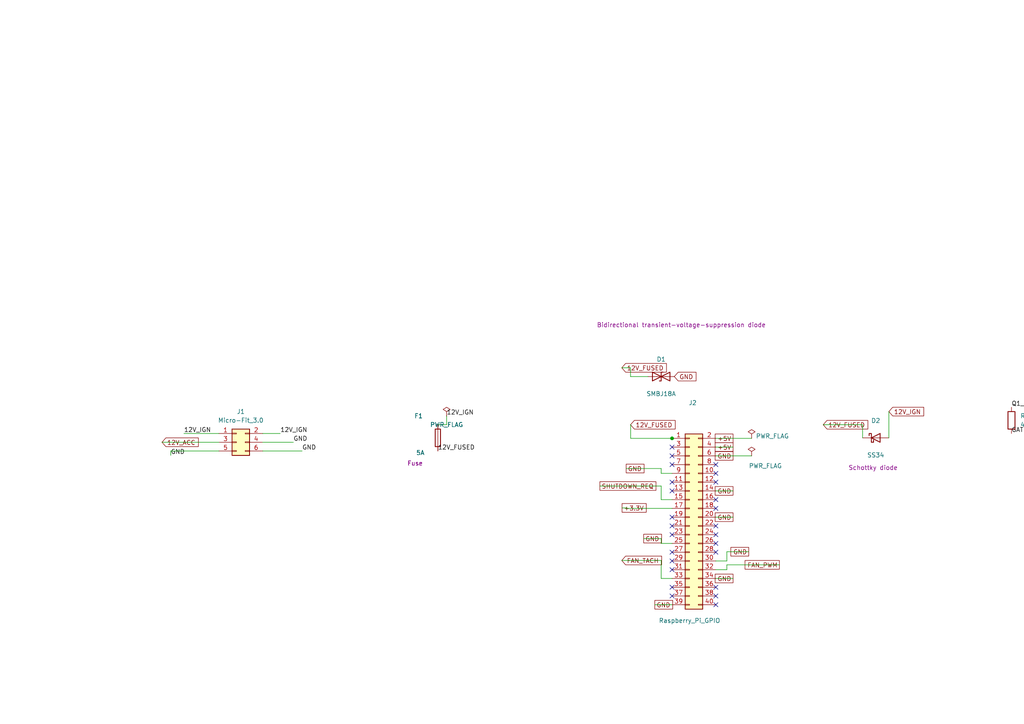
<source format=kicad_sch>
(kicad_sch (version 20250114) (generator "eeschema") (generator_version "9.0")
  (paper "A4")
  (title_block (title "SubaruDash Power HAT") (date "2026-02-02") (rev "1.0"))
  (lib_symbols
    (symbol "Connector:Screw_Terminal_01x02" (pin_names (offset 1.016) (hide yes))
      (property "Reference" "J" (at 0 2.54 0))
      (property "Value" "Screw_Terminal_01x02" (at 0 -5.08 0))
      (symbol "Screw_Terminal_01x02_1_1"
        (pin passive line (at -5.08 0 0) (length 3.81) (name "Pin_1") (number "1"))
        (pin passive line (at -5.08 -2.54 0) (length 3.81) (name "Pin_2") (number "2"))
      )
    )
    (symbol "Connector_Generic:Conn_01x02" (pin_names (offset 1.016) (hide yes))
      (property "Reference" "J" (at 0 2.54 0))
      (property "Value" "Conn_01x02" (at 0 -5.08 0))
      (symbol "Conn_01x02_1_1"
        (pin passive line (at -5.08 0 0) (length 3.81) (name "Pin_1") (number "1"))
        (pin passive line (at -5.08 -2.54 0) (length 3.81) (name "Pin_2") (number "2"))
      )
    )
    (symbol "Connector_Generic:Conn_01x03" (pin_names (offset 1.016) (hide yes))
      (property "Reference" "J" (at 0 5.08 0))
      (property "Value" "Conn_01x03" (at 0 -5.08 0))
      (symbol "Conn_01x03_1_1"
        (pin passive line (at -5.08 2.54 0) (length 3.81) (name "Pin_1") (number "1"))
        (pin passive line (at -5.08 0 0) (length 3.81) (name "Pin_2") (number "2"))
        (pin passive line (at -5.08 -2.54 0) (length 3.81) (name "Pin_3") (number "3"))
      )
    )
    (symbol "Connector_Generic:Conn_01x04" (pin_names (offset 1.016) (hide yes))
      (property "Reference" "J" (at 0 5.08 0))
      (property "Value" "Conn_01x04" (at 0 -7.62 0))
      (symbol "Conn_01x04_1_1"
        (pin passive line (at -5.08 2.54 0) (length 3.81) (name "Pin_1") (number "1"))
        (pin passive line (at -5.08 0 0) (length 3.81) (name "Pin_2") (number "2"))
        (pin passive line (at -5.08 -2.54 0) (length 3.81) (name "Pin_3") (number "3"))
        (pin passive line (at -5.08 -5.08 0) (length 3.81) (name "Pin_4") (number "4"))
      )
    )
    (symbol "Connector_Generic:Conn_01x06" (pin_names (offset 1.016) (hide yes))
      (property "Reference" "J" (at 0 7.62 0))
      (property "Value" "Conn_01x06" (at 0 -10.16 0))
      (symbol "Conn_01x06_1_1"
        (pin passive line (at -5.08 5.08 0) (length 3.81) (name "Pin_1") (number "1"))
        (pin passive line (at -5.08 2.54 0) (length 3.81) (name "Pin_2") (number "2"))
        (pin passive line (at -5.08 0 0) (length 3.81) (name "Pin_3") (number "3"))
        (pin passive line (at -5.08 -2.54 0) (length 3.81) (name "Pin_4") (number "4"))
        (pin passive line (at -5.08 -5.08 0) (length 3.81) (name "Pin_5") (number "5"))
        (pin passive line (at -5.08 -7.62 0) (length 3.81) (name "Pin_6") (number "6"))
      )
    )
    (symbol "Connector_Generic:Conn_01x16" (pin_names (offset 1.016) (hide yes))
      (property "Reference" "J" (at 0 20.32 0))
      (property "Value" "Conn_01x16" (at 0 -22.86 0))
      (symbol "Conn_01x16_1_1"
        (pin passive line (at -5.08 17.78 0) (length 3.81) (name "Pin_1") (number "1"))
        (pin passive line (at -5.08 15.24 0) (length 3.81) (name "Pin_2") (number "2"))
        (pin passive line (at -5.08 12.7 0) (length 3.81) (name "Pin_3") (number "3"))
        (pin passive line (at -5.08 10.16 0) (length 3.81) (name "Pin_4") (number "4"))
        (pin passive line (at -5.08 7.62 0) (length 3.81) (name "Pin_5") (number "5"))
        (pin passive line (at -5.08 5.08 0) (length 3.81) (name "Pin_6") (number "6"))
        (pin passive line (at -5.08 2.54 0) (length 3.81) (name "Pin_7") (number "7"))
        (pin passive line (at -5.08 0 0) (length 3.81) (name "Pin_8") (number "8"))
        (pin passive line (at -5.08 -2.54 0) (length 3.81) (name "Pin_9") (number "9"))
        (pin passive line (at -5.08 -5.08 0) (length 3.81) (name "Pin_10") (number "10"))
        (pin passive line (at -5.08 -7.62 0) (length 3.81) (name "Pin_11") (number "11"))
        (pin passive line (at -5.08 -10.16 0) (length 3.81) (name "Pin_12") (number "12"))
        (pin passive line (at -5.08 -12.7 0) (length 3.81) (name "Pin_13") (number "13"))
        (pin passive line (at -5.08 -15.24 0) (length 3.81) (name "Pin_14") (number "14"))
        (pin passive line (at -5.08 -17.78 0) (length 3.81) (name "Pin_15") (number "15"))
        (pin passive line (at -5.08 -20.32 0) (length 3.81) (name "Pin_16") (number "16"))
      )
    )
    (symbol "Connector_Generic:Conn_02x03_Odd_Even" (pin_names (offset 1.016) (hide yes))
      (property "Reference" "J" (at 1.27 5.08 0))
      (property "Value" "Conn_02x03_Odd_Even" (at 1.27 -5.08 0))
      (symbol "Conn_02x03_Odd_Even_1_1"
        (pin passive line (at -5.08 2.54 0) (length 3.81) (name "Pin_1") (number "1"))
        (pin passive line (at -5.08 0 0) (length 3.81) (name "Pin_3") (number "3"))
        (pin passive line (at -5.08 -2.54 0) (length 3.81) (name "Pin_5") (number "5"))
        (pin passive line (at 7.62 2.54 180) (length 3.81) (name "Pin_2") (number "2"))
        (pin passive line (at 7.62 0 180) (length 3.81) (name "Pin_4") (number "4"))
        (pin passive line (at 7.62 -2.54 180) (length 3.81) (name "Pin_6") (number "6"))
      )
    )
    (symbol "Connector_Generic:Conn_02x20_Odd_Even" (pin_names (offset 1.016) (hide yes))
      (property "Reference" "J" (at 1.27 25.4 0))
      (property "Value" "Conn_02x20_Odd_Even" (at 1.27 -27.94 0))
      (symbol "Conn_02x20_Odd_Even_1_1"
        (pin passive line (at -5.08 22.86 0) (length 3.81) (name "Pin_1") (number "1"))
        (pin passive line (at -5.08 20.32 0) (length 3.81) (name "Pin_3") (number "3"))
        (pin passive line (at -5.08 17.78 0) (length 3.81) (name "Pin_5") (number "5"))
        (pin passive line (at -5.08 15.24 0) (length 3.81) (name "Pin_7") (number "7"))
        (pin passive line (at -5.08 12.7 0) (length 3.81) (name "Pin_9") (number "9"))
        (pin passive line (at -5.08 10.16 0) (length 3.81) (name "Pin_11") (number "11"))
        (pin passive line (at -5.08 7.62 0) (length 3.81) (name "Pin_13") (number "13"))
        (pin passive line (at -5.08 5.08 0) (length 3.81) (name "Pin_15") (number "15"))
        (pin passive line (at -5.08 2.54 0) (length 3.81) (name "Pin_17") (number "17"))
        (pin passive line (at -5.08 0 0) (length 3.81) (name "Pin_19") (number "19"))
        (pin passive line (at -5.08 -2.54 0) (length 3.81) (name "Pin_21") (number "21"))
        (pin passive line (at -5.08 -5.08 0) (length 3.81) (name "Pin_23") (number "23"))
        (pin passive line (at -5.08 -7.62 0) (length 3.81) (name "Pin_25") (number "25"))
        (pin passive line (at -5.08 -10.16 0) (length 3.81) (name "Pin_27") (number "27"))
        (pin passive line (at -5.08 -12.7 0) (length 3.81) (name "Pin_29") (number "29"))
        (pin passive line (at -5.08 -15.24 0) (length 3.81) (name "Pin_31") (number "31"))
        (pin passive line (at -5.08 -17.78 0) (length 3.81) (name "Pin_33") (number "33"))
        (pin passive line (at -5.08 -20.32 0) (length 3.81) (name "Pin_35") (number "35"))
        (pin passive line (at -5.08 -22.86 0) (length 3.81) (name "Pin_37") (number "37"))
        (pin passive line (at -5.08 -25.4 0) (length 3.81) (name "Pin_39") (number "39"))
        (pin passive line (at 7.62 22.86 180) (length 3.81) (name "Pin_2") (number "2"))
        (pin passive line (at 7.62 20.32 180) (length 3.81) (name "Pin_4") (number "4"))
        (pin passive line (at 7.62 17.78 180) (length 3.81) (name "Pin_6") (number "6"))
        (pin passive line (at 7.62 15.24 180) (length 3.81) (name "Pin_8") (number "8"))
        (pin passive line (at 7.62 12.7 180) (length 3.81) (name "Pin_10") (number "10"))
        (pin passive line (at 7.62 10.16 180) (length 3.81) (name "Pin_12") (number "12"))
        (pin passive line (at 7.62 7.62 180) (length 3.81) (name "Pin_14") (number "14"))
        (pin passive line (at 7.62 5.08 180) (length 3.81) (name "Pin_16") (number "16"))
        (pin passive line (at 7.62 2.54 180) (length 3.81) (name "Pin_18") (number "18"))
        (pin passive line (at 7.62 0 180) (length 3.81) (name "Pin_20") (number "20"))
        (pin passive line (at 7.62 -2.54 180) (length 3.81) (name "Pin_22") (number "22"))
        (pin passive line (at 7.62 -5.08 180) (length 3.81) (name "Pin_24") (number "24"))
        (pin passive line (at 7.62 -7.62 180) (length 3.81) (name "Pin_26") (number "26"))
        (pin passive line (at 7.62 -10.16 180) (length 3.81) (name "Pin_28") (number "28"))
        (pin passive line (at 7.62 -12.7 180) (length 3.81) (name "Pin_30") (number "30"))
        (pin passive line (at 7.62 -15.24 180) (length 3.81) (name "Pin_32") (number "32"))
        (pin passive line (at 7.62 -17.78 180) (length 3.81) (name "Pin_34") (number "34"))
        (pin passive line (at 7.62 -20.32 180) (length 3.81) (name "Pin_36") (number "36"))
        (pin passive line (at 7.62 -22.86 180) (length 3.81) (name "Pin_38") (number "38"))
        (pin passive line (at 7.62 -25.4 180) (length 3.81) (name "Pin_40") (number "40"))
      )
    )
    (symbol "Device:C" (pin_numbers (hide yes)) (pin_names (offset 0.254))
      (property "Reference" "C" (at 0.635 2.54 0))
      (property "Value" "C" (at 0.635 -2.54 0))
      (symbol "C_1_1"
        (pin passive line (at 0 3.81 270) (length 2.794) (name "~") (number "1"))
        (pin passive line (at 0 -3.81 90) (length 2.794) (name "~") (number "2"))
      )
    )
    (symbol "Device:Crystal" (pin_numbers (hide yes)) (pin_names (offset 1.016) (hide yes))
      (property "Reference" "Y" (at 0 3.81 0))
      (property "Value" "Crystal" (at 0 -3.81 0))
      (symbol "Crystal_1_1"
        (pin passive line (at -3.81 0 0) (length 1.27) (name "1") (number "1"))
        (pin passive line (at 3.81 0 180) (length 1.27) (name "2") (number "2"))
      )
    )
    (symbol "Device:D_Schottky" (pin_numbers (hide yes)) (pin_names (offset 1.016) (hide yes))
      (property "Reference" "D" (at 0 2.54 0))
      (property "Value" "D_Schottky" (at 0 -2.54 0))
      (symbol "D_Schottky_1_1"
        (pin passive line (at -3.81 0 0) (length 2.54) (name "K") (number "1"))
        (pin passive line (at 3.81 0 180) (length 2.54) (name "A") (number "2"))
      )
    )
    (symbol "Device:D_TVS" (pin_numbers (hide yes)) (pin_names (offset 1.016) (hide yes))
      (property "Reference" "D" (at 0 2.54 0))
      (property "Value" "D_TVS" (at 0 -2.54 0))
      (symbol "D_TVS_1_1"
        (pin passive line (at -3.81 0 0) (length 2.54) (name "A1") (number "1"))
        (pin passive line (at 3.81 0 180) (length 2.54) (name "A2") (number "2"))
      )
    )
    (symbol "Device:Fuse" (pin_numbers (hide yes)) (pin_names (offset 0))
      (property "Reference" "F" (at 2.032 0 90))
      (property "Value" "Fuse" (at -1.905 0 90))
      (symbol "Fuse_1_1"
        (pin passive line (at 0 3.81 270) (length 1.27) (name "~") (number "1"))
        (pin passive line (at 0 -3.81 90) (length 1.27) (name "~") (number "2"))
      )
    )
    (symbol "Device:L" (pin_numbers (hide yes)) (pin_names (offset 1.016) (hide yes))
      (property "Reference" "L" (at -1.27 0 90))
      (property "Value" "L" (at 1.905 0 90))
      (symbol "L_1_1"
        (pin passive line (at 0 3.81 270) (length 1.27) (name "1") (number "1"))
        (pin passive line (at 0 -3.81 90) (length 1.27) (name "2") (number "2"))
      )
    )
    (symbol "Device:LED" (pin_numbers (hide yes)) (pin_names (offset 1.016) (hide yes))
      (property "Reference" "D" (at 0 2.54 0))
      (property "Value" "LED" (at 0 -2.54 0))
      (symbol "LED_1_1"
        (pin passive line (at -3.81 0 0) (length 2.54) (name "K") (number "1"))
        (pin passive line (at 3.81 0 180) (length 2.54) (name "A") (number "2"))
      )
    )
    (symbol "Device:R" (pin_numbers (hide yes)) (pin_names (offset 0))
      (property "Reference" "R" (at 2.032 0 90))
      (property "Value" "R" (at 0 0 90))
      (symbol "R_1_1"
        (pin passive line (at 0 3.81 270) (length 1.27) (name "~") (number "1"))
        (pin passive line (at 0 -3.81 90) (length 1.27) (name "~") (number "2"))
      )
    )
    (symbol "Interface_CAN_LIN:MCP2515-xSO"
      (property "Reference" "U" (at -10.16 19.685 0))
      (property "Value" "MCP2515-xSO" (at 19.05 20.32 0))
      (symbol "MCP2515-xSO_1_1"
        (pin input line (at -15.24 15.24 0) (length 2.54) (name "SI") (number "14"))
        (pin output line (at -15.24 12.7 0) (length 2.54) (name "SO") (number "15"))
        (pin input line (at -15.24 10.16 0) (length 2.54) (name "~{CS}") (number "16"))
        (pin input line (at -15.24 7.62 0) (length 2.54) (name "SCK") (number "13"))
        (pin output line (at -15.24 -5.08 0) (length 2.54) (name "OSC2") (number "7"))
        (pin input line (at -15.24 -7.62 0) (length 2.54) (name "OSC1") (number "8"))
        (pin output line (at -15.24 -10.16 0) (length 2.54) (name "CLKOUT/SOF") (number "3"))
        (pin power_in line (at 0 20.32 270) (length 2.54) (name "VDD") (number "18"))
        (pin power_in line (at 0 -20.32 90) (length 2.54) (name "VSS") (number "9"))
        (pin input line (at 15.24 15.24 180) (length 2.54) (name "RXCAN") (number "2"))
        (pin output line (at 15.24 12.7 180) (length 2.54) (name "TXCAN") (number "1"))
        (pin output line (at 15.24 0 180) (length 2.54) (name "~{INT}") (number "12"))
        (pin output line (at 15.24 -2.54 180) (length 2.54) (name "~{RX0BF}") (number "11"))
        (pin output line (at 15.24 -5.08 180) (length 2.54) (name "~{RX1BF}") (number "10"))
        (pin input line (at 15.24 -7.62 180) (length 2.54) (name "~{TX0RTS}") (number "4"))
        (pin input line (at 15.24 -10.16 180) (length 2.54) (name "~{TX1RTS}") (number "5"))
        (pin input line (at 15.24 -12.7 180) (length 2.54) (name "~{TX2RTS}") (number "6"))
        (pin input line (at 15.24 -15.24 180) (length 2.54) (name "~{RESET}") (number "17"))
      )
    )
    (symbol "Interface_CAN_LIN:SN65HVD230" (pin_names (offset 1.016))
      (property "Reference" "U" (at -2.54 10.16 0))
      (property "Value" "SN65HVD230" (at -2.54 7.62 0))
      (symbol "SN65HVD230_1_1"
        (pin input line (at -10.16 2.54 0) (length 2.54) (name "D") (number "1"))
        (pin output line (at -10.16 0 0) (length 2.54) (name "R") (number "4"))
        (pin output line (at -10.16 -2.54 0) (length 2.54) (name "Vref") (number "5"))
        (pin input line (at -10.16 -5.08 0) (length 2.54) (name "Rs") (number "8"))
        (pin power_in line (at 0 7.62 270) (length 2.54) (name "VCC") (number "3"))
        (pin power_in line (at 0 -10.16 90) (length 2.54) (name "GND") (number "2"))
        (pin bidirectional line (at 10.16 0 180) (length 2.54) (name "CANH") (number "7"))
        (pin bidirectional line (at 10.16 -2.54 180) (length 2.54) (name "CANL") (number "6"))
      )
    )
    (symbol "Isolator:LTV-817S" (pin_names (offset 1.016))
      (property "Reference" "U" (at -3.81 5.08 0))
      (property "Value" "LTV-817S" (at 0 -5.08 0))
      (symbol "LTV-817S_1_1"
        (pin passive line (at -7.62 2.54 0) (length 2.54) (name "~") (number "1"))
        (pin passive line (at -7.62 -2.54 0) (length 2.54) (name "~") (number "2"))
        (pin passive line (at 7.62 2.54 180) (length 2.54) (name "~") (number "4"))
        (pin passive line (at 7.62 -2.54 180) (length 2.54) (name "~") (number "3"))
      )
    )
    (symbol "MCU_Microchip_ATtiny:ATtiny85-20P"
      (property "Reference" "U" (at -12.7 13.97 0))
      (property "Value" "ATtiny85-20P" (at 2.54 -13.97 0))
      (symbol "ATtiny85-20P_1_1"
        (pin power_in line (at 0 15.24 270) (length 2.54) (name "VCC") (number "8"))
        (pin power_in line (at 0 -15.24 90) (length 2.54) (name "GND") (number "4"))
        (pin bidirectional line (at 15.24 7.62 180) (length 2.54) (name "AREF/PB0") (number "5"))
        (pin bidirectional line (at 15.24 5.08 180) (length 2.54) (name "PB1") (number "6"))
        (pin bidirectional line (at 15.24 2.54 180) (length 2.54) (name "PB2") (number "7"))
        (pin bidirectional line (at 15.24 0 180) (length 2.54) (name "XTAL1/PB3") (number "2"))
        (pin bidirectional line (at 15.24 -2.54 180) (length 2.54) (name "XTAL2/PB4") (number "3"))
        (pin bidirectional line (at 15.24 -5.08 180) (length 2.54) (name "~{RESET}/PB5") (number "1"))
      )
    )
    (symbol "Regulator_Linear:AMS1117-3.3"
      (property "Reference" "U" (at -3.81 3.175 0))
      (property "Value" "AMS1117-3.3" (at 0 3.175 0))
      (symbol "AMS1117-3.3_1_1"
        (pin power_in line (at -7.62 0 0) (length 2.54) (name "VI") (number "3"))
        (pin power_in line (at 0 -7.62 90) (length 2.54) (name "GND") (number "1"))
        (pin power_out line (at 7.62 0 180) (length 2.54) (name "VO") (number "2"))
      )
    )
    (symbol "Regulator_Switching:TPS54560BDDA"
      (property "Reference" "U" (at -6.35 8.89 0))
      (property "Value" "TPS54560BDDA" (at 10.16 8.89 0))
      (symbol "TPS54560BDDA_1_1"
        (pin power_in line (at -12.7 5.08 0) (length 2.54) (name "VIN") (number "2"))
        (pin input line (at -12.7 0 0) (length 2.54) (name "EN") (number "3"))
        (pin output line (at -12.7 -2.54 0) (length 2.54) (name "COMP") (number "6"))
        (pin passive line (at -12.7 -5.08 0) (length 2.54) (name "RT/CLK") (number "4"))
        (pin power_in line (at 0 -10.16 90) (length 2.54) (name "GND") (number "7"))
        (pin passive line (at 0 -10.16 90) (length 2.54) (hide yes) (name "GND") (number "9"))
        (pin passive line (at 12.7 5.08 180) (length 2.54) (name "BOOT") (number "1"))
        (pin power_out line (at 12.7 0 180) (length 2.54) (name "SW") (number "8"))
        (pin input line (at 12.7 -5.08 180) (length 2.54) (name "FB") (number "5"))
      )
    )
    (symbol "Transistor_FET:2N7002" (pin_names (offset 0) (hide yes))
      (property "Reference" "Q" (at 5.08 1.905 0))
      (property "Value" "2N7002" (at 5.08 0 0))
      (symbol "2N7002_1_1"
        (pin input line (at -5.08 0 0) (length 2.54) (name "G") (number "1"))
        (pin passive line (at 2.54 5.08 270) (length 2.54) (name "D") (number "3"))
        (pin passive line (at 2.54 -5.08 90) (length 2.54) (name "S") (number "2"))
      )
    )
    (symbol "Transistor_FET:IRLB8721PBF" (pin_names (hide yes))
      (property "Reference" "Q" (at 5.08 1.905 0))
      (property "Value" "IRLB8721PBF" (at 5.08 0 0))
      (symbol "IRLB8721PBF_1_1"
        (pin input line (at -5.08 0 0) (length 2.54) (name "G") (number "1"))
        (pin passive line (at 2.54 5.08 270) (length 2.54) (name "D") (number "2"))
        (pin passive line (at 2.54 -5.08 90) (length 2.54) (name "S") (number "3"))
      )
    )
    (symbol "power:GND" (power) (pin_numbers (hide yes)) (pin_names (offset 0) (hide yes))
      (property "Value" "GND" (at 0 -3.81 0))
      (symbol "GND_1_1"
        (pin power_in line (at 0 0 270) (length 0) (name "~") (number "1"))
      )
    )
    (symbol "power:PWR_FLAG" (power) (pin_numbers (hide yes)) (pin_names (offset 0) (hide yes))
      (property "Value" "PWR_FLAG" (at 0 3.81 0))
      (symbol "PWR_FLAG_0_0"
        (pin power_out line (at 0 0 90) (length 0) (name "~") (number "1"))
      )
    )
  )
  (junction (at 194.92 127.14))
  (junction (at 566.42 508))
  (junction (at 114.3 334.01))
  (junction (at 628.65 574.04))
  (no_connect (at 207.62 152.54))
  (no_connect (at 194.92 172.86))
  (no_connect (at 207.62 144.92))
  (no_connect (at 642.62 314.96))
  (no_connect (at 194.92 134.76))
  (no_connect (at 629.92 314.96))
  (no_connect (at 693.42 568.96))
  (no_connect (at 502.92 571.5))
  (no_connect (at 642.62 320.04))
  (no_connect (at 642.62 317.5))
  (no_connect (at 207.62 147.46))
  (no_connect (at 207.62 170.32))
  (no_connect (at 194.92 129.68))
  (no_connect (at 194.92 132.22))
  (no_connect (at 207.62 175.4))
  (no_connect (at 194.92 139.84))
  (no_connect (at 629.92 320.04))
  (no_connect (at 194.92 162.7))
  (no_connect (at 207.62 139.84))
  (no_connect (at 194.92 152.54))
  (no_connect (at 194.92 170.32))
  (no_connect (at 194.92 142.38))
  (no_connect (at 693.42 574.04))
  (no_connect (at 194.92 150))
  (no_connect (at 207.62 157.62))
  (no_connect (at 207.62 155.08))
  (no_connect (at 194.92 155.08))
  (no_connect (at 207.62 137.3))
  (no_connect (at 194.92 165.24))
  (no_connect (at 207.62 134.76))
  (no_connect (at 502.92 574.04))
  (no_connect (at 207.62 160.16))
  (no_connect (at 194.92 160.16))
  (no_connect (at 207.62 172.86))
  (no_connect (at 693.42 571.5))
  (no_connect (at 629.92 317.5))
  (wire (pts (xy 182.88 109.22) (xy 187.96 109.22)))
  (wire (pts (xy 191.77 156.21) (xy 191.77 157.62)))
  (wire (pts (xy 104.14 334.01) (xy 114.3 334.01)))
  (wire (pts (xy 207.62 167.78) (xy 212.62 167.78)))
  (wire (pts (xy 118.11 701.04) (xy 119.38 701.04)))
  (wire (pts (xy 195.0068 127.14) (xy 194.92 127.14)))
  (wire (pts (xy 238.76 123.19) (xy 250.19 123.19)))
  (wire (pts (xy 110.49 702.31) (xy 118.11 702.31)))
  (wire (pts (xy 321.31 125.73) (xy 322.58 125.73)))
  (wire (pts (xy 626.11 571.5) (xy 629.92 571.5)))
  (wire (pts (xy 623.57 572.77) (xy 626.11 572.77)))
  (wire (pts (xy 114.3 695.96) (xy 119.38 695.96)))
  (wire (pts (xy 53.34 125.73) (xy 63.5 125.73)))
  (wire (pts (xy 191.77 156.21) (xy 186.69 156.21)))
  (wire (pts (xy 210.82 163.83) (xy 210.82 165.24)))
  (wire (pts (xy 191.77 144.92) (xy 194.92 144.92)))
  (wire (pts (xy 191.77 157.62) (xy 194.92 157.62)))
  (wire (pts (xy 350.52 125.73) (xy 346.71 125.73)))
  (wire (pts (xy 574.04 501.65) (xy 574.04 502.92)))
  (wire (pts (xy 322.58 511.81) (xy 317.5 511.81)))
  (wire (pts (xy 273.05 502.92) (xy 269.24 502.92)))
  (wire (pts (xy 118.11 702.31) (xy 118.11 701.04)))
  (wire (pts (xy 584.2 509.27) (xy 581.66 509.27)))
  (wire (pts (xy 325.12 568.96) (xy 320.04 568.96)))
  (wire (pts (xy 628.65 574.04) (xy 629.92 574.04)))
  (wire (pts (xy 572.77 501.65) (xy 574.04 501.65)))
  (wire (pts (xy 273.05 495.3) (xy 274.32 495.3)))
  (wire (pts (xy 436.88 123.19) (xy 444.5 123.19)))
  (wire (pts (xy 549.91 510.54) (xy 549.91 508)))
  (wire (pts (xy 415.29 151.13) (xy 415.29 147.32)))
  (wire (pts (xy 80.01 347.98) (xy 80.01 352.98)))
  (wire (pts (xy 207.62 127.14) (xy 218 127.14)))
  (wire (pts (xy 97.79 321.31) (xy 97.79 318.77)))
  (wire (pts (xy 191.77 140.97) (xy 173.99 140.97)))
  (wire (pts (xy 764.54 833.12) (xy 764.54 831.85)))
  (wire (pts (xy 148.59 703.58) (xy 137.16 703.58)))
  (wire (pts (xy 207.62 132.22) (xy 218 132.22)))
  (wire (pts (xy 181.69 147.32) (xy 180.42 147.32)))
  (wire (pts (xy 322.58 111.76) (xy 318.77 111.76)))
  (wire (pts (xy 76.2 130.81) (xy 87.63 130.81)))
  (wire (pts (xy 760.73 821.69) (xy 762 821.69)))
  (wire (pts (xy 621.03 576.58) (xy 629.92 576.58)))
  (wire (pts (xy 626.11 562.61) (xy 614.68 562.61)))
  (wire (pts (xy 129.54 120.65) (xy 129.54 123.19)))
  (wire (pts (xy 76.2 125.73) (xy 81.28 125.73)))
  (wire (pts (xy 320.04 567.69) (xy 317.5 567.69)))
  (wire (pts (xy 114.3 693.42) (xy 114.3 695.96)))
  (wire (pts (xy 191.77 162.56) (xy 191.77 167.78)))
  (wire (pts (xy 320.04 568.96) (xy 320.04 567.69)))
  (wire (pts (xy 76.2 128.27) (xy 85.09 128.27)))
  (wire (pts (xy 181.69 147.46) (xy 194.92 147.46)))
  (wire (pts (xy 210.82 165.24) (xy 207.62 165.24)))
  (wire (pts (xy 350.52 128.27) (xy 351.79 128.27)))
  (wire (pts (xy 448.31 186.69) (xy 444.5 186.69)))
  (wire (pts (xy 572.77 500.38) (xy 572.77 501.65)))
  (wire (pts (xy 110.49 693.42) (xy 114.3 693.42)))
  (wire (pts (xy 387.35 511.81) (xy 381 511.81)))
  (wire (pts (xy 273.05 501.65) (xy 273.05 502.92)))
  (wire (pts (xy 628.65 576.58) (xy 628.65 574.04)))
  (wire (pts (xy 273.05 500.38) (xy 269.24 500.38)))
  (wire (pts (xy 210.82 163.83) (xy 226.06 163.83)))
  (wire (pts (xy 760.73 820.42) (xy 765.81 820.42)))
  (wire (pts (xy 207.62 150) (xy 212.62 150)))
  (wire (pts (xy 626.11 574.04) (xy 628.65 574.04)))
  (wire (pts (xy 250.19 123.19) (xy 250.19 127)))
  (wire (pts (xy 350.52 128.27) (xy 350.52 125.73)))
  (wire (pts (xy 436.88 121.92) (xy 435.61 121.92)))
  (wire (pts (xy 49.53 130.81) (xy 49.53 132.08)))
  (wire (pts (xy 436.88 121.92) (xy 436.88 123.19)))
  (wire (pts (xy 581.66 509.27) (xy 581.66 513.08)))
  (wire (pts (xy 129.54 123.19) (xy 127 123.19)))
  (wire (pts (xy 318.77 111.76) (xy 318.77 114.3)))
  (wire (pts (xy 621.03 568.96) (xy 629.92 568.96)))
  (wire (pts (xy 210.82 160.02) (xy 217.17 160.02)))
  (wire (pts (xy 321.31 125.73) (xy 321.31 124.46)))
  (wire (pts (xy 191.77 167.78) (xy 194.92 167.78)))
  (wire (pts (xy 257.81 119.38) (xy 257.81 127)))
  (wire (pts (xy 566.42 508) (xy 568.96 508)))
  (wire (pts (xy 181.69 147.32) (xy 181.69 147.46)))
  (wire (pts (xy 104.14 339.09) (xy 114.3 339.09)))
  (wire (pts (xy 191.77 162.56) (xy 180.34 162.56)))
  (wire (pts (xy 207.62 129.68) (xy 212.62 129.68)))
  (wire (pts (xy 127 349.25) (xy 127 350.52)))
  (wire (pts (xy 137.16 703.58) (xy 137.16 701.04)))
  (wire (pts (xy 137.16 701.04) (xy 134.62 701.04)))
  (wire (pts (xy 139.7 339.09) (xy 140.97 339.09)))
  (wire (pts (xy 210.82 160.02) (xy 210.82 162.7)))
  (wire (pts (xy 191.77 135.89) (xy 181.61 135.89)))
  (wire (pts (xy 760.73 820.42) (xy 760.73 821.69)))
  (wire (pts (xy 194.92 175.4) (xy 189.92 175.4)))
  (wire (pts (xy 764.54 833.12) (xy 762 833.12)))
  (wire (pts (xy 191.77 140.97) (xy 191.77 144.92)))
  (wire (pts (xy 194.92 127.14) (xy 182.9147 127.14)))
  (wire (pts (xy 626.11 562.61) (xy 626.11 571.5)))
  (wire (pts (xy 182.9147 123.19) (xy 182.88 123.19)))
  (wire (pts (xy 191.77 135.89) (xy 191.77 137.3)))
  (wire (pts (xy 581.66 513.08) (xy 574.04 513.08)))
  (wire (pts (xy 762 833.12) (xy 762 829.31)))
  (wire (pts (xy 63.5 130.81) (xy 49.53 130.81)))
  (wire (pts (xy 207.62 142.38) (xy 212.62 142.38)))
  (wire (pts (xy 182.9147 127.14) (xy 182.9147 123.19)))
  (wire (pts (xy 210.82 162.7) (xy 207.62 162.7)))
  (wire (pts (xy 273.05 495.3) (xy 273.05 500.38)))
  (wire (pts (xy 549.91 508) (xy 566.42 508)))
  (wire (pts (xy 191.77 137.3) (xy 194.92 137.3)))
  (wire (pts (xy 101.6 321.31) (xy 97.79 321.31)))
  (wire (pts (xy 621.03 567.69) (xy 621.03 568.96)))
  (wire (pts (xy 381 194.31) (xy 391 194.31)))
  (wire (pts (xy 273.05 501.65) (xy 276.86 501.65)))
  (wire (pts (xy 626.11 572.77) (xy 626.11 574.04)))
  (wire (pts (xy 182.88 106.68) (xy 182.88 109.22)))
  (wire (pts (xy 46.99 128.27) (xy 63.5 128.27)))
  (wire (pts (xy 321.31 124.46) (xy 318.77 124.46)))
  (wire (pts (xy 180.34 106.68) (xy 182.88 106.68)))
  (wire (pts (xy 415.29 147.32) (xy 422.91 147.32)))
  (label "U1_FB" (at 139.7 344.17 0))
  (label "GND" (at 87.63 130.81 0))
  (label "U1_FB" (at 254 384.81 0))
  (label "GND" (at 101.6 321.31 0))
  (label "GND" (at 764.54 831.85 0))
  (label "COMP_RC" (at 97.79 311.15 0))
  (label "IGN_DETECT" (at 269.24 505.46 0))
  (label "+5V" (at 190.5 321.31 0))
  (label "12V_IGN" (at 381 186.69 0))
  (label "GND" (at 386 194.31 0))
  (label "GND" (at 254 523.24 0))
  (label "Q1_GATE" (at 293.37 118.11 0))
  (label "12V_IGN" (at 104.14 339.09 0))
  (label "U1_BOOT" (at 139.7 334.01 0))
  (label "Q1_GATE" (at 311.15 119.38 0))
  (label "GND" (at 49.53 132.08 0))
  (label "U1_COMP" (at 80.01 311.15 0))
  (label "U1_SW" (at 168.91 342.9 0))
  (label "U1_SW" (at 190.5 313.69 0))
  (label "GND" (at 127 350.52 0))
  (label "U1_BOOT" (at 168.91 350.52 0))
  (label "12V_IGN" (at 53.34 125.73 0))
  (label "U1_SW" (at 140.97 339.09 0))
  (label "RESET" (at 269.24 513.08 0))
  (label "12V_FUSED" (at 104.14 334.01 0))
  (label "12V_FUSED" (at 127 130.81 0))
  (label "GND" (at 85.09 128.27 0))
  (label "Q1_GATE" (at 346.71 118.11 0))
  (label "GND" (at 80.01 352.98 0))
  (label "GND" (at 254 377.19 0))
  (label "12V_IGN" (at 81.28 125.73 0))
  (label "RT_CLK" (at 80.01 340.36 0))
  (label "U1_COMP" (at 114.3 341.63 0))
  (label "GATE_CTRL" (at 351.79 128.27 0))
  (label "12V_SWITCHED" (at 322.58 125.73 0))
  (label "SHUTDOWN_REQ" (at 269.24 510.54 0))
  (label "COMP_RC" (at 80.01 318.77 0))
  (label "GATE_CTRL" (at 444.5 130.81 0))
  (label "GATE_CTRL" (at 293.37 125.73 0))
  (label "+3.3V" (at 254 492.76 0))
  (label "GATE_CTRL" (at 269.24 508 0))
  (label "RT_CLK" (at 114.3 344.17 0))
  (label "U1_FB" (at 317.5 384.81 0))
  (label "+5V" (at 317.5 377.19 0))
  (label "+3.3V" (at 435.61 121.92 0))
  (label "12V_IGN" (at 129.54 120.65 0))
  (global_label "IGN_DETECT" (shape input) (at 325.12 568.96 0) (property "Intersheetrefs" "${INTERSHEET_REFS}" (effects (hide yes))))
  (global_label "FAN_TACH" (shape passive) (at 623.57 572.77 180) (property "Intersheetrefs" "${INTERSHEET_REFS}" (effects (hide yes))))
  (global_label "GATE_CTRL" (shape input) (at 448.31 186.69 0) (property "Intersheetrefs" "${INTERSHEET_REFS}" (effects (hide yes))))
  (global_label "GND" (shape input) (at 383.54 121.92 0) (property "Intersheetrefs" "${INTERSHEET_REFS}" (effects (hide yes))))
  (global_label "GND" (shape input) (at 148.59 703.58 0) (property "Intersheetrefs" "${INTERSHEET_REFS}" (effects (hide yes))))
  (global_label "FAN_PWM" (shape passive) (at 226.06 163.83 180) (property "Intersheetrefs" "${INTERSHEET_REFS}" (effects (hide yes))))
  (global_label "+5V" (shape input) (at 635 186.69 0) (property "Intersheetrefs" "${INTERSHEET_REFS}" (effects (hide yes))))
  (global_label "GND" (shape input) (at 317.5 575.31 0) (property "Intersheetrefs" "${INTERSHEET_REFS}" (effects (hide yes))))
  (global_label "12V_ACC" (shape input) (at 46.99 128.27 0) (property "Intersheetrefs" "${INTERSHEET_REFS}" (effects (hide yes))))
  (global_label "GND" (shape passive) (at 212.62 150 180) (property "Intersheetrefs" "${INTERSHEET_REFS}" (effects (hide yes))))
  (global_label "GND" (shape passive) (at 186.69 156.21 0) (property "Intersheetrefs" "${INTERSHEET_REFS}" (effects (hide yes))))
  (global_label "FAN_PWM" (shape passive) (at 765.81 820.42 0) (property "Intersheetrefs" "${INTERSHEET_REFS}" (effects (hide yes))))
  (global_label "HEARTBEAT_LED" (shape input) (at 274.32 495.3 0) (property "Intersheetrefs" "${INTERSHEET_REFS}" (effects (hide yes))))
  (global_label "+5V" (shape passive) (at 212.62 129.68 180) (property "Intersheetrefs" "${INTERSHEET_REFS}" (effects (hide yes))))
  (global_label "GND" (shape passive) (at 217.17 160.02 180) (property "Intersheetrefs" "${INTERSHEET_REFS}" (effects (hide yes))))
  (global_label "GND" (shape passive) (at 189.92 175.4 0) (property "Intersheetrefs" "${INTERSHEET_REFS}" (effects (hide yes))))
  (global_label "Q2_GATE" (shape input) (at 444.5 194.31 0) (property "Intersheetrefs" "${INTERSHEET_REFS}" (effects (hide yes))))
  (global_label "12V_FUSED" (shape input) (at 182.88 123.19 0) (property "Intersheetrefs" "${INTERSHEET_REFS}" (effects (hide yes))))
  (global_label "GND" (shape input) (at 195.58 109.22 0) (property "Intersheetrefs" "${INTERSHEET_REFS}" (effects (hide yes))))
  (global_label "12V_FUSED" (shape input) (at 645 186.69 0) (property "Intersheetrefs" "${INTERSHEET_REFS}" (effects (hide yes))))
  (global_label "R6_OUT" (shape input) (at 322.58 511.81 0) (property "Intersheetrefs" "${INTERSHEET_REFS}" (effects (hide yes))))
  (global_label "GND" (shape passive) (at 212.62 132.22 180) (property "Intersheetrefs" "${INTERSHEET_REFS}" (effects (hide yes))))
  (global_label "GND" (shape passive) (at 212.62 167.78 180) (property "Intersheetrefs" "${INTERSHEET_REFS}" (effects (hide yes))))
  (global_label "GND" (shape passive) (at 212.62 142.38 180) (property "Intersheetrefs" "${INTERSHEET_REFS}" (effects (hide yes))))
  (global_label "12V_IGN" (shape input) (at 257.81 119.38 0) (property "Intersheetrefs" "${INTERSHEET_REFS}" (effects (hide yes))))
  (global_label "GND" (shape input) (at 571.5 765.81 0) (property "Intersheetrefs" "${INTERSHEET_REFS}" (effects (hide yes))))
  (global_label "12V_FUSED" (shape input) (at 238.76 123.19 0) (property "Intersheetrefs" "${INTERSHEET_REFS}" (effects (hide yes))))
  (global_label "TIMER_LED" (shape input) (at 276.86 501.65 0) (property "Intersheetrefs" "${INTERSHEET_REFS}" (effects (hide yes))))
  (global_label "GND" (shape input) (at 110.49 693.42 0) (property "Intersheetrefs" "${INTERSHEET_REFS}" (effects (hide yes))))
  (global_label "+3.3V" (shape passive) (at 180.42 147.32 0) (property "Intersheetrefs" "${INTERSHEET_REFS}" (effects (hide yes))))
  (global_label "+3.3V" (shape input) (at 381 567.69 0) (property "Intersheetrefs" "${INTERSHEET_REFS}" (effects (hide yes))))
  (global_label "GND" (shape passive) (at 181.61 135.89 0) (property "Intersheetrefs" "${INTERSHEET_REFS}" (effects (hide yes))))
  (global_label "GATE_CTRL" (shape input) (at 375.92 127 0) (property "Intersheetrefs" "${INTERSHEET_REFS}" (effects (hide yes))))
  (global_label "GND" (shape passive) (at 621.03 567.69 180) (property "Intersheetrefs" "${INTERSHEET_REFS}" (effects (hide yes))))
  (global_label "FAN_TACH" (shape input) (at 180.34 162.56 0) (property "Intersheetrefs" "${INTERSHEET_REFS}" (effects (hide yes))))
  (global_label "XTAL1" (shape input) (at 571.5 758.19 0) (property "Intersheetrefs" "${INTERSHEET_REFS}" (effects (hide yes))))
  (global_label "12V_FUSED" (shape input) (at 180.34 106.68 0) (property "Intersheetrefs" "${INTERSHEET_REFS}" (effects (hide yes))))
  (global_label "12V_SWITCHED" (shape input) (at 322.58 111.76 0) (property "Intersheetrefs" "${INTERSHEET_REFS}" (effects (hide yes))))
  (global_label "12V_ACC" (shape input) (at 317.5 504.19 0) (property "Intersheetrefs" "${INTERSHEET_REFS}" (effects (hide yes))))
  (global_label "U1-FB" (shape input) (at 635 194.31 0) (property "Intersheetrefs" "${INTERSHEET_REFS}" (effects (hide yes))))
  (global_label "SHUTDOWN_REQ" (shape passive) (at 173.99 140.97 0) (property "Intersheetrefs" "${INTERSHEET_REFS}" (effects (hide yes))))
  (global_label "XTAL1" (shape passive) (at 415.29 151.13 0) (property "Intersheetrefs" "${INTERSHEET_REFS}" (effects (hide yes))))
  (global_label "+3.3V" (shape input) (at 571.5 186.69 0) (property "Intersheetrefs" "${INTERSHEET_REFS}" (effects (hide yes))))
  (global_label "XTAL2" (shape passive) (at 430.53 147.32 0) (property "Intersheetrefs" "${INTERSHEET_REFS}" (effects (hide yes))))
  (global_label "+3.3V" (shape input) (at 127 567.69 0) (property "Intersheetrefs" "${INTERSHEET_REFS}" (effects (hide yes))))
  (global_label "GND" (shape input) (at 127 575.31 0) (property "Intersheetrefs" "${INTERSHEET_REFS}" (effects (hide yes))))
  (global_label "+5V" (shape input) (at 190.5 694.69 0) (property "Intersheetrefs" "${INTERSHEET_REFS}" (effects (hide yes))))
  (global_label "GND" (shape input) (at 190.5 702.31 0) (property "Intersheetrefs" "${INTERSHEET_REFS}" (effects (hide yes))))
  (global_label "+3.3V" (shape input) (at 444.5 377.19 0) (property "Intersheetrefs" "${INTERSHEET_REFS}" (effects (hide yes))))
  (global_label "GND" (shape input) (at 444.5 384.81 0) (property "Intersheetrefs" "${INTERSHEET_REFS}" (effects (hide yes))))
  (global_label "GND" (shape input) (at 110.49 702.31 0) (property "Intersheetrefs" "${INTERSHEET_REFS}" (effects (hide yes))))
  (global_label "FAN_PWM" (shape passive) (at 621.03 576.58 180) (property "Intersheetrefs" "${INTERSHEET_REFS}" (effects (hide yes))))
  (global_label "+3.3V" (shape input) (at 381 504.19 0) (property "Intersheetrefs" "${INTERSHEET_REFS}" (effects (hide yes))))
  (global_label "RESET" (shape input) (at 387.35 511.81 0) (property "Intersheetrefs" "${INTERSHEET_REFS}" (effects (hide yes))))
  (global_label "FAN+" (shape passive) (at 614.68 562.61 0) (property "Intersheetrefs" "${INTERSHEET_REFS}" (effects (hide yes))))
  (global_label "FAN_PWM" (shape passive) (at 549.91 510.54 0) (property "Intersheetrefs" "${INTERSHEET_REFS}" (effects (hide yes))))
  (global_label "IGN_DETECT" (shape input) (at 134.62 695.96 0) (property "Intersheetrefs" "${INTERSHEET_REFS}" (effects (hide yes))))
  (global_label "GND" (shape input) (at 383.54 132.08 0) (property "Intersheetrefs" "${INTERSHEET_REFS}" (effects (hide yes))))
  (global_label "GND" (shape input) (at 381 575.31 0) (property "Intersheetrefs" "${INTERSHEET_REFS}" (effects (hide yes))))
  (global_label "+5V" (shape passive) (at 212.62 127.14 180) (property "Intersheetrefs" "${INTERSHEET_REFS}" (effects (hide yes))))
  (global_label "GND" (shape input) (at 571.5 194.31 0) (property "Intersheetrefs" "${INTERSHEET_REFS}" (effects (hide yes))))
  (global_label "FAN-" (shape input) (at 572.77 500.38 180) (property "Intersheetrefs" "${INTERSHEET_REFS}" (effects (hide yes))))
  (global_label "GND" (shape input) (at 584.2 509.27 180) (property "Intersheetrefs" "${INTERSHEET_REFS}" (effects (hide yes))))
  (global_label "GND" (shape input) (at 645 194.31 0) (property "Intersheetrefs" "${INTERSHEET_REFS}" (effects (hide yes))))
  (symbol (lib_id "Device:C") (at 635 190.5 0) (unit 1)
    (property "Reference" "C8" (at 633.222 185.166 0))
    (property "Value" "47pF" (at 635 195.5 0))
    (property "Footprint" "Capacitor_SMD:C_1206_3216Metric" (effects (hide yes)))
    (property "Description" "Unpolarized capacitor" (at 635.254 180.34 0))
  )
  (symbol (lib_id "Device:R") (at 254 381 0) (unit 1)
    (property "Reference" "R1" (at 253.746 372.872 0))
    (property "Value" "10k 1%" (at 254 386 0))
    (property "Footprint" "Resistor_SMD:R_0805_2012Metric" (effects (hide yes)))
    (property "Description" "Resistor" (at 254 381 0))
  )
  (symbol (lib_id "Device:R") (at 317.5 381 0) (unit 1)
    (property "Reference" "R3" (at 316.992 373.888 0))
    (property "Value" "51k 1%" (at 317.5 386 0))
    (property "Footprint" "Resistor_SMD:R_0805_2012Metric" (effects (hide yes)))
    (property "Description" "Resistor" (at 317.5 381 0))
  )
  (symbol (lib_id "power:PWR_FLAG") (at 218 127.14 0) (unit 1) (in_bom no)
    (property "Reference" "#FLG01" (effects (hide yes)))
    (property "Value" "PWR_FLAG" (at 224.028 126.492 0))
    (property "Description" "Special symbol for telling ERC where power comes from" (effects (hide yes)))
  )
  (symbol (lib_id "Regulator_Switching:TPS54560BDDA") (at 127 339.09 0) (unit 1)
    (property "Reference" "U1" (at 127 326.39 0))
    (property "Value" "TPS54560BDDA" (at 127 328.93 0))
    (property "Footprint" "Package_SO:Texas_R-PDSO-G8_EP2.95x4.9mm_Mask2.4x3.1mm_ThermalVias" (effects (hide yes)))
    (property "Datasheet" "https://www.ti.com/lit/ds/symlink/tps54560b.pdf" (effects (hide yes)))
    (property "Description" "5A, Step Down DC-DC Converter, 4.5-60V Input Voltage, Texas R-PDSO-G8" (effects (hide yes)))
  )
  (symbol (lib_id "Connector_Generic:Conn_01x04") (at 635 571.5 0) (unit 1)
    (property "Reference" "J4" (at 635 566.5 0))
    (property "Value" "FAN_4PIN" (at 635 576.5 0))
    (property "Footprint" "Connector_PinHeader_2.54mm:PinHeader_1x04_P2.54mm_Vertical" (effects (hide yes)))
    (property "Description" "Generic connector, single row, 01x02, script generated (kicad-library-utils/schlib/autogen/connector/)" (at 636.27 581.406 0))
  )
  (symbol (lib_id "Device:R") (at 381 508 0) (unit 1)
    (property "Reference" "R7" (at 381 503 0))
    (property "Value" "120" (at 377.952 514.35 0))
    (property "Footprint" "Resistor_SMD:R_0805_2012Metric" (effects (hide yes)))
    (property "Description" "Resistor" (at 379.222 498.348 0))
  )
  (symbol (lib_id "Device:D_Schottky") (at 254 127 0) (unit 1)
    (property "Reference" "D2" (at 254 122 0))
    (property "Value" "SS34" (at 254 132 0))
    (property "Footprint" "Diode_SMD:D_SMA" (effects (hide yes)))
    (property "Description" "Schottky diode" (at 253.238 135.636 0))
  )
  (symbol (lib_id "Device:R") (at 346.71 121.92 0) (unit 1)
    (property "Reference" "R5" (at 349.25 120.6499 0) (effects (justify left)))
    (property "Value" "10k" (at 349.25 123.1899 0) (effects (justify left)))
    (property "Footprint" "Resistor_SMD:R_0805_2012Metric" (effects (hide yes)))
    (property "Description" "Resistor" (effects (hide yes)))
  )
  (symbol (lib_id "power:PWR_FLAG") (at 114.3 334.01 0) (unit 1)
    (property "Reference" "#FLG02" (effects (hide yes)))
    (property "Value" "PWR_FLAG" (at 114.3 328.93 0))
    (property "Description" "Special symbol for telling ERC where power comes from" (effects (hide yes)))
  )
  (symbol (lib_id "Device:C") (at 571.5 190.5 0) (unit 1)
    (property "Reference" "C6" (at 571.5 185.5 0))
    (property "Value" "100nF" (at 571.5 195.5 0))
    (property "Footprint" "Capacitor_SMD:C_0805_2012Metric" (effects (hide yes)))
    (property "Description" "Unpolarized capacitor" (at 570.992 181.102 0))
  )
  (symbol (lib_id "Device:C") (at 381 571.5 0) (unit 1)
    (property "Reference" "C4" (at 381 566.5 0))
    (property "Value" "22pF" (at 381 576.5 0))
    (property "Footprint" "Capacitor_SMD:C_0805_2012Metric" (effects (hide yes)))
    (property "Description" "Unpolarized capacitor" (at 382.524 580.39 0))
  )
  (symbol (lib_id "Device:L") (at 190.5 317.5 0) (unit 1)
    (property "Reference" "L1" (at 190.5 312.5 0))
    (property "Value" "33uH" (at 190.5 322.5 0))
    (property "Footprint" "Inductor_SMD:L_Bourns_SRN6045TA" (effects (hide yes)))
    (property "Description" "Inductor" (at 190.5 317.5 0))
  )
  (symbol (lib_id "Transistor_FET:IRLB8721PBF") (at 316.23 119.38 0) (unit 1)
    (property "Reference" "Q1" (at 322.58 118.1099 0) (effects (justify left)))
    (property "Value" "IRLB8721PBF" (at 322.58 120.6499 0) (effects (justify left)))
    (property "Footprint" "Package_TO_SOT_THT:TO-220-3_Vertical" (effects (hide yes)))
    (property "Datasheet" "http://www.infineon.com/dgdl/irlb8721pbf.pdf?fileId=5546d462533600a40153566056732591" (effects (hide yes)))
    (property "Description" "62A Id, 30V Vds, 8.7 mOhm Rds, N-Channel HEXFET Power MOSFET, TO-220" (effects (hide yes)))
  )
  (symbol (lib_id "Isolator:LTV-817S") (at 127 698.5 0) (unit 1)
    (property "Reference" "U2" (at 127 693.5 0))
    (property "Value" "LTV-817S" (at 127 703.5 0))
    (property "Footprint" "Package_DIP:DIP-4_W7.62mm" (effects (hide yes)))
    (property "Datasheet" "http://www.us.liteon.com/downloads/LTV-817-827-847.PDF" (effects (hide yes)))
    (property "Description" "Optocoupler, Transistor Output, 5000Vrms Isolation, DIP4" (at 127.508 709.422 0))
  )
  (symbol (lib_id "power:GND") (at 391 194.31 0) (unit 1) (in_bom no)
    (property "Reference" "#PWR0101" (effects (hide yes)))
    (property "Value" "GND" (at 391 198.12 0))
    (property "Description" "Power symbol creates a global label with name GND, ground" (effects (hide yes)))
  )
  (symbol (lib_id "power:PWR_FLAG") (at 129.54 120.65 0) (unit 1) (in_bom no)
    (property "Reference" "#FLG04" (effects (hide yes)))
    (property "Value" "PWR_FLAG" (at 129.54 123.19 0))
    (property "Description" "Special symbol for telling ERC where power comes from" (effects (hide yes)))
  )
  (symbol (lib_id "Device:C") (at 444.5 381 0) (unit 1)
    (property "Reference" "C5" (at 444.5 376 0))
    (property "Value" "100nF" (at 444.5 386 0))
    (property "Footprint" "Capacitor_SMD:C_0805_2012Metric" (effects (hide yes)))
    (property "Description" "Unpolarized capacitor" (at 445.262 390.906 0))
  )
  (symbol (lib_id "power:PWR_FLAG") (at 254 492.76 0) (unit 1)
    (property "Reference" "#FLG05" (effects (hide yes)))
    (property "Value" "PWR_FLAG" (at 254 487.68 0))
    (property "Description" "Special symbol for telling ERC where power comes from" (effects (hide yes)))
  )
  (symbol (lib_id "Connector_Generic:Conn_01x03") (at 698.5 571.5 0) (unit 1)
    (property "Reference" "JP2" (at 698.5 566.5 0))
    (property "Value" "5V/12V" (at 698.5 576.5 0))
    (property "Footprint" "Connector_PinHeader_2.54mm:PinHeader_1x03_P2.54mm_Vertical" (effects (hide yes)))
    (property "Description" "Generic connector, single row, 01x03, script generated (kicad-library-utils/schlib/autogen/connector/)" (at 698.5 561.848 0))
  )
  (symbol (lib_id "Device:C") (at 645 190.5 0) (unit 1)
    (property "Reference" "C9" (at 644.144 184.658 0))
    (property "Value" "22uF" (at 645 195.5 0))
    (property "Footprint" "Capacitor_SMD:C_1206_3216Metric" (effects (hide yes)))
    (property "Description" "Unpolarized capacitor" (at 659.384 181.102 0))
  )
  (symbol (lib_id "power:PWR_FLAG") (at 218 132.22 0) (unit 1) (in_bom no)
    (property "Reference" "#FLG03" (effects (hide yes)))
    (property "Value" "PWR_FLAG" (at 221.996 135.128 0))
    (property "Description" "Special symbol for telling ERC where power comes from" (effects (hide yes)))
  )
  (symbol (lib_id "Device:C") (at 168.91 346.71 0) (unit 1)
    (property "Reference" "C_BOOT1" (at 172.72 345.4399 0) (effects (justify left)))
    (property "Value" "100nF" (at 172.72 347.9799 0) (effects (justify left)))
    (property "Footprint" "Capacitor_SMD:C_0805_2012Metric" (effects (hide yes)))
    (property "Description" "Unpolarized capacitor" (effects (hide yes)))
  )
  (symbol (lib_id "Device:R") (at 317.5 508 0) (unit 1)
    (property "Reference" "R4" (at 313.69 501.396 0))
    (property "Value" "10k" (at 315.214 514.604 0))
    (property "Footprint" "Resistor_SMD:R_0805_2012Metric" (effects (hide yes)))
    (property "Description" "Resistor" (at 317.5 498.094 0))
  )
  (symbol (lib_id "Connector_Generic:Conn_01x02") (at 508 571.5 0) (unit 1)
    (property "Reference" "JP1" (at 508 566.5 0))
    (property "Value" "Jumper" (at 508 576.5 0))
    (property "Footprint" "Connector_PinHeader_2.54mm:PinHeader_1x02_P2.54mm_Vertical" (effects (hide yes)))
    (property "Description" "Generic connector, single row, 01x02, script generated (kicad-library-utils/schlib/autogen/connector/)" (at 507.238 580.39 0))
  )
  (symbol (lib_id "Device:C") (at 190.5 698.5 0) (unit 1)
    (property "Reference" "C2" (at 190.5 693.5 0))
    (property "Value" "10uF" (at 190.5 703.5 0))
    (property "Footprint" "Capacitor_SMD:C_1206_3216Metric" (effects (hide yes)))
    (property "Description" "Unpolarized capacitor" (at 193.802 707.39 0))
  )
  (symbol (lib_id "Device:Crystal") (at 426.72 147.32 0) (unit 1)
    (property "Reference" "Y1" (at 426.72 139.7 0))
    (property "Value" "16Mhz Crystal" (at 426.72 142.24 0))
    (property "Footprint" "Crystal:Crystal_HC49-4H_Vertical" (effects (hide yes)))
    (property "Description" "Two pin crystal" (effects (hide yes)))
  )
  (symbol (lib_id "Device:R") (at 444.5 127 0) (unit 1)
    (property "Reference" "R8" (at 444.5 122 0))
    (property "Value" "10k" (at 437.388 133.858 0))
    (property "Footprint" "Resistor_SMD:R_0805_2012Metric" (effects (hide yes)))
    (property "Description" "Resistor" (at 444.246 134.366 0))
  )
  (symbol (lib_id "power:GND") (at 101.6 321.31 0) (unit 1)
    (property "Reference" "#PWR01" (effects (hide yes)))
    (property "Value" "GND" (at 101.6 326.39 0))
    (property "Description" "Power symbol creates a global label with name \"GND\" , ground" (effects (hide yes)))
  )
  (symbol (lib_id "Device:C") (at 571.5 762 0) (unit 1)
    (property "Reference" "C7" (at 568.198 753.872 0))
    (property "Value" "2.2uF" (at 571.5 767 0))
    (property "Footprint" "Capacitor_SMD:C_0805_2012Metric" (effects (hide yes)))
    (property "Description" "Unpolarized capacitor" (at 573.532 770.382 0))
  )
  (symbol (lib_id "Transistor_FET:2N7002") (at 381 127 0) (unit 1)
    (property "Reference" "Q2" (at 381 122 0))
    (property "Value" "2N7002" (at 373.888 131.318 0))
    (property "Footprint" "Package_TO_SOT_SMD:SOT-23" (effects (hide yes)))
    (property "Datasheet" "https://www.onsemi.com/pub/Collateral/NDS7002A-D.PDF" (effects (hide yes)))
    (property "Description" "0.115A Id, 60V Vds, N-Channel MOSFET, SOT-23" (at 380.238 134.62 0))
  )
  (symbol (lib_id "Device:R") (at 80.01 344.17 0) (unit 1)
    (property "Reference" "R_RT1" (at 82.55 342.8999 0) (effects (justify left)))
    (property "Value" "100k" (at 82.55 345.4399 0) (effects (justify left)))
    (property "Footprint" "Resistor_SMD:R_0805_2012Metric" (effects (hide yes)))
    (property "Description" "Resistor" (effects (hide yes)))
  )
  (symbol (lib_id "Device:R") (at 444.5 190.5 0) (unit 1)
    (property "Reference" "R9" (at 442.976 185.42 0))
    (property "Value" "1k" (at 438.912 198.12 0))
    (property "Footprint" "Resistor_SMD:R_0805_2012Metric" (effects (hide yes)))
    (property "Description" "Resistor" (at 444.754 199.39 0))
  )
  (symbol (lib_id "Connector_Generic:Conn_02x20_Odd_Even") (at 200 150 0) (unit 1)
    (property "Reference" "J2" (at 200.914 116.84 0))
    (property "Value" "Raspberry_Pi_GPIO" (at 200 180 0))
    (property "Footprint" "Connector_PinHeader_2.54mm:PinHeader_2x20_P2.54mm_Vertical" (effects (hide yes)))
  )
  (symbol (lib_id "Transistor_FET:2N7002") (at 571.5 508 0) (unit 1)
    (property "Reference" "Q3" (at 571.5 503 0))
    (property "Value" "2N7002" (at 569.976 515.112 0))
    (property "Footprint" "Package_TO_SOT_SMD:SOT-23" (effects (hide yes)))
    (property "Datasheet" "https://www.onsemi.com/pub/Collateral/NDS7002A-D.PDF" (effects (hide yes)))
    (property "Description" "0.115A Id, 60V Vds, N-Channel MOSFET, SOT-23" (at 571.754 495.3 0))
  )
  (symbol (lib_id "MCU_Microchip_ATtiny:ATtiny85-20P") (at 254 508 0) (unit 1)
    (property "Reference" "U3" (at 247.142 499.11 0))
    (property "Value" "attiny85" (at 253.238 527.05 0))
    (property "Footprint" "Package_DIP:DIP-8_W7.62mm" (effects (hide yes)))
    (property "Datasheet" "http://ww1.microchip.com/downloads/en/DeviceDoc/atmel-2586-avr-8-bit-microcontroller-attiny25-attiny45-attiny85_datasheet.pdf" (effects (hide yes)))
    (property "Description" "20MHz, 8kB Flash, 512B SRAM, 512B EEPROM, debugWIRE, DIP-8" (effects (hide yes)))
  )
  (symbol (lib_id "Device:C") (at 97.79 314.96 0) (unit 1)
    (property "Reference" "C_COMP1" (at 101.6 313.6899 0) (effects (justify left)))
    (property "Value" "2.2nF" (at 101.6 316.2299 0) (effects (justify left)))
    (property "Footprint" "Capacitor_SMD:C_0805_2012Metric" (effects (hide yes)))
    (property "Description" "Unpolarized capacitor" (effects (hide yes)))
  )
  (symbol (lib_id "Device:R") (at 381 190.5 0) (unit 1)
    (property "Reference" "R6" (at 380.746 183.388 0))
    (property "Value" "1k" (at 381 195.5 0))
    (property "Footprint" "Resistor_SMD:R_0805_2012Metric" (effects (hide yes)))
    (property "Description" "Resistor" (at 370.332 189.484 0))
  )
  (symbol (lib_id "Connector_Generic:Conn_02x03_Odd_Even") (at 635 317.5 0) (unit 1)
    (property "Reference" "J3" (at 635 312.5 0))
    (property "Value" "ISP" (at 635 322.5 0))
    (property "Footprint" "Connector_PinHeader_2.54mm:PinHeader_2x03_P2.54mm_Vertical" (effects (hide yes)))
    (property "Description" "Generic connector, double row, 02x03, odd/even pin numbering scheme (row 1 odd numbers, row 2 even numbers), script generated (kicad-library-utils/schlib/autogen/connector/)" (at 640.08 301.244 0))
  )
  (symbol (lib_id "Device:C") (at 127 571.5 0) (unit 1)
    (property "Reference" "C1" (at 127 566.5 0))
    (property "Value" "100nF" (at 127 576.5 0))
    (property "Footprint" "Capacitor_SMD:C_0805_2012Metric" (effects (hide yes)))
    (property "Description" "Unpolarized capacitor" (at 129.032 581.406 0))
  )
  (symbol (lib_id "Device:R") (at 762 825.5 0) (unit 1)
    (property "Reference" "R10" (at 760.73 817.88 0))
    (property "Value" "1k" (at 762 830.5 0))
    (property "Footprint" "Resistor_SMD:R_0805_2012Metric" (effects (hide yes)))
    (property "Description" "Resistor" (at 765.556 834.898 0))
  )
  (symbol (lib_id "Device:D_TVS") (at 191.77 109.22 0) (unit 1)
    (property "Reference" "D1" (at 191.77 104.22 0))
    (property "Value" "SMBJ18A" (at 191.77 114.22 0))
    (property "Footprint" "Diode_SMD:D_SMB" (effects (hide yes)))
    (property "Description" "Bidirectional transient-voltage-suppression diode" (at 197.612 94.234 0))
  )
  (symbol (lib_id "Device:R") (at 80.01 314.96 0) (unit 1)
    (property "Reference" "R_COMP1" (at 82.55 313.6899 0) (effects (justify left)))
    (property "Value" "10k" (at 82.55 316.2299 0) (effects (justify left)))
    (property "Footprint" "Resistor_SMD:R_0805_2012Metric" (effects (hide yes)))
    (property "Description" "Resistor" (effects (hide yes)))
  )
  (symbol (lib_id "Connector_Generic:Conn_02x03_Odd_Even") (at 68.58 128.27 0) (unit 1)
    (property "Reference" "J1" (at 69.85 119.38 0))
    (property "Value" "Micro-Fit_3.0" (at 69.85 121.92 0))
    (property "Footprint" "Connector_Molex:Molex_Micro-Fit_3.0_43045-0612_2x03_P3.00mm_Vertical" (effects (hide yes)))
    (property "Description" "Generic connector, double row, 02x03, odd/even pin numbering scheme (row 1 odd numbers, row 2 even numbers), script generated (kicad-library-utils/schlib/autogen/connector/)" (effects (hide yes)))
  )
  (symbol (lib_id "Device:Fuse") (at 127 127 0) (unit 1)
    (property "Reference" "F1" (at 121.412 120.65 0))
    (property "Value" "5A" (at 121.92 131.318 0))
    (property "Footprint" "Fuse:Fuseholder_Blade_Mini_Keystone_3568" (effects (hide yes)))
    (property "Description" "Fuse" (at 120.396 134.366 0))
  )
  (symbol (lib_id "Device:C") (at 317.5 571.5 0) (unit 1)
    (property "Reference" "C3" (at 317.5 566.5 0))
    (property "Value" "22pF" (at 317.5 576.5 0))
    (property "Footprint" "Capacitor_SMD:C_0805_2012Metric" (effects (hide yes)))
    (property "Description" "Unpolarized capacitor" (at 315.468 580.39 0))
  )
  (symbol (lib_id "Device:R") (at 293.37 121.92 0) (unit 1)
    (property "Reference" "R2" (at 295.91 120.6499 0) (effects (justify left)))
    (property "Value" "470" (at 295.91 123.1899 0) (effects (justify left)))
    (property "Footprint" "Resistor_SMD:R_0805_2012Metric" (effects (hide yes)))
    (property "Description" "Resistor" (effects (hide yes)))
  )
)
</source>
